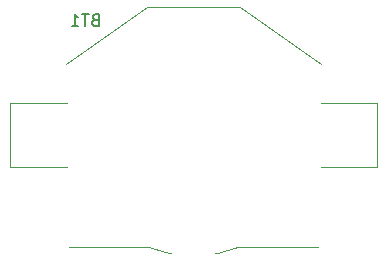
<source format=gbr>
G04 #@! TF.GenerationSoftware,KiCad,Pcbnew,5.1.4-3.fc30*
G04 #@! TF.CreationDate,2019-12-08T15:57:42-08:00*
G04 #@! TF.ProjectId,ChristmasTree,43687269-7374-46d6-9173-547265652e6b,rev?*
G04 #@! TF.SameCoordinates,Original*
G04 #@! TF.FileFunction,Legend,Bot*
G04 #@! TF.FilePolarity,Positive*
%FSLAX46Y46*%
G04 Gerber Fmt 4.6, Leading zero omitted, Abs format (unit mm)*
G04 Created by KiCad (PCBNEW 5.1.4-3.fc30) date 2019-12-08 15:57:42*
%MOMM*%
%LPD*%
G04 APERTURE LIST*
%ADD10C,0.120000*%
%ADD11C,0.150000*%
G04 APERTURE END LIST*
D10*
X254310000Y-106890000D02*
X249510000Y-106890000D01*
X254310000Y-101390000D02*
X254310000Y-106890000D01*
X249510000Y-101390000D02*
X254310000Y-101390000D01*
X223210000Y-101390000D02*
X228010000Y-101390000D01*
X223210000Y-106890000D02*
X223210000Y-101390000D01*
X228010000Y-106890000D02*
X223210000Y-106890000D01*
X249310000Y-113640000D02*
X242610000Y-113640000D01*
X234913615Y-113641464D02*
G75*
G03X242610000Y-113640000I3846385J9501464D01*
G01*
X228210000Y-113640000D02*
X234910000Y-113640000D01*
X242710000Y-93290000D02*
X249510000Y-98090000D01*
X234810000Y-93290000D02*
X242710000Y-93290000D01*
X227960000Y-98090000D02*
X234810000Y-93290000D01*
D11*
X230395714Y-94368571D02*
X230252857Y-94416190D01*
X230205238Y-94463809D01*
X230157619Y-94559047D01*
X230157619Y-94701904D01*
X230205238Y-94797142D01*
X230252857Y-94844761D01*
X230348095Y-94892380D01*
X230729047Y-94892380D01*
X230729047Y-93892380D01*
X230395714Y-93892380D01*
X230300476Y-93940000D01*
X230252857Y-93987619D01*
X230205238Y-94082857D01*
X230205238Y-94178095D01*
X230252857Y-94273333D01*
X230300476Y-94320952D01*
X230395714Y-94368571D01*
X230729047Y-94368571D01*
X229871904Y-93892380D02*
X229300476Y-93892380D01*
X229586190Y-94892380D02*
X229586190Y-93892380D01*
X228443333Y-94892380D02*
X229014761Y-94892380D01*
X228729047Y-94892380D02*
X228729047Y-93892380D01*
X228824285Y-94035238D01*
X228919523Y-94130476D01*
X229014761Y-94178095D01*
M02*

</source>
